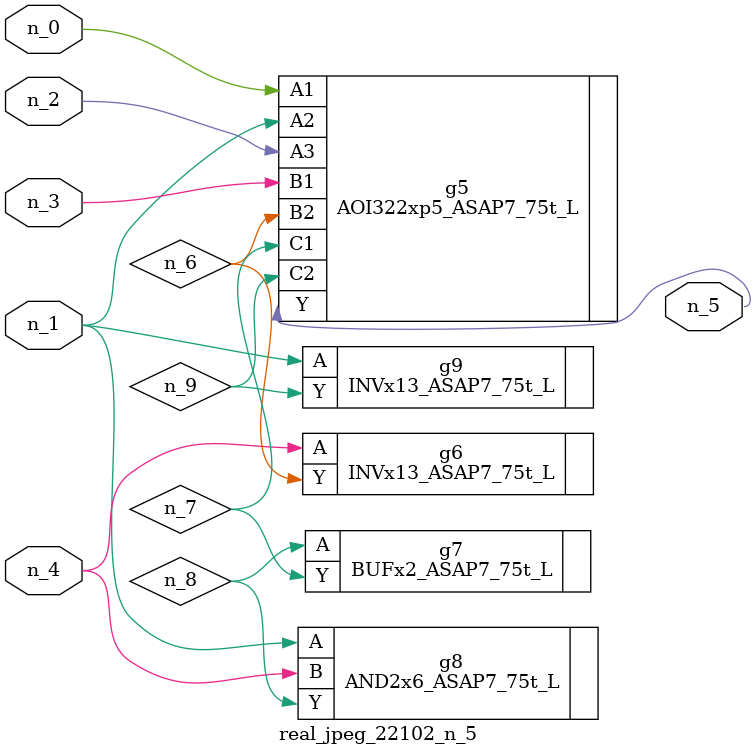
<source format=v>
module real_jpeg_22102_n_5 (n_4, n_0, n_1, n_2, n_3, n_5);

input n_4;
input n_0;
input n_1;
input n_2;
input n_3;

output n_5;

wire n_8;
wire n_6;
wire n_7;
wire n_9;

AOI322xp5_ASAP7_75t_L g5 ( 
.A1(n_0),
.A2(n_1),
.A3(n_2),
.B1(n_3),
.B2(n_6),
.C1(n_7),
.C2(n_9),
.Y(n_5)
);

AND2x6_ASAP7_75t_L g8 ( 
.A(n_1),
.B(n_4),
.Y(n_8)
);

INVx13_ASAP7_75t_L g9 ( 
.A(n_1),
.Y(n_9)
);

INVx13_ASAP7_75t_L g6 ( 
.A(n_4),
.Y(n_6)
);

BUFx2_ASAP7_75t_L g7 ( 
.A(n_8),
.Y(n_7)
);


endmodule
</source>
